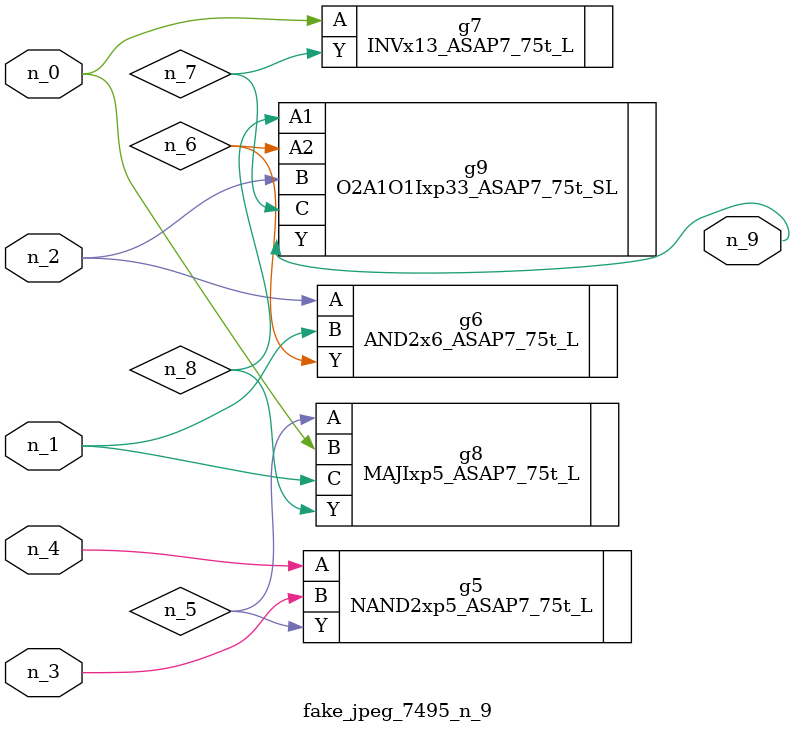
<source format=v>
module fake_jpeg_7495_n_9 (n_3, n_2, n_1, n_0, n_4, n_9);

input n_3;
input n_2;
input n_1;
input n_0;
input n_4;

output n_9;

wire n_8;
wire n_6;
wire n_5;
wire n_7;

NAND2xp5_ASAP7_75t_L g5 ( 
.A(n_4),
.B(n_3),
.Y(n_5)
);

AND2x6_ASAP7_75t_L g6 ( 
.A(n_2),
.B(n_1),
.Y(n_6)
);

INVx13_ASAP7_75t_L g7 ( 
.A(n_0),
.Y(n_7)
);

MAJIxp5_ASAP7_75t_L g8 ( 
.A(n_5),
.B(n_0),
.C(n_1),
.Y(n_8)
);

O2A1O1Ixp33_ASAP7_75t_SL g9 ( 
.A1(n_8),
.A2(n_6),
.B(n_2),
.C(n_7),
.Y(n_9)
);


endmodule
</source>
